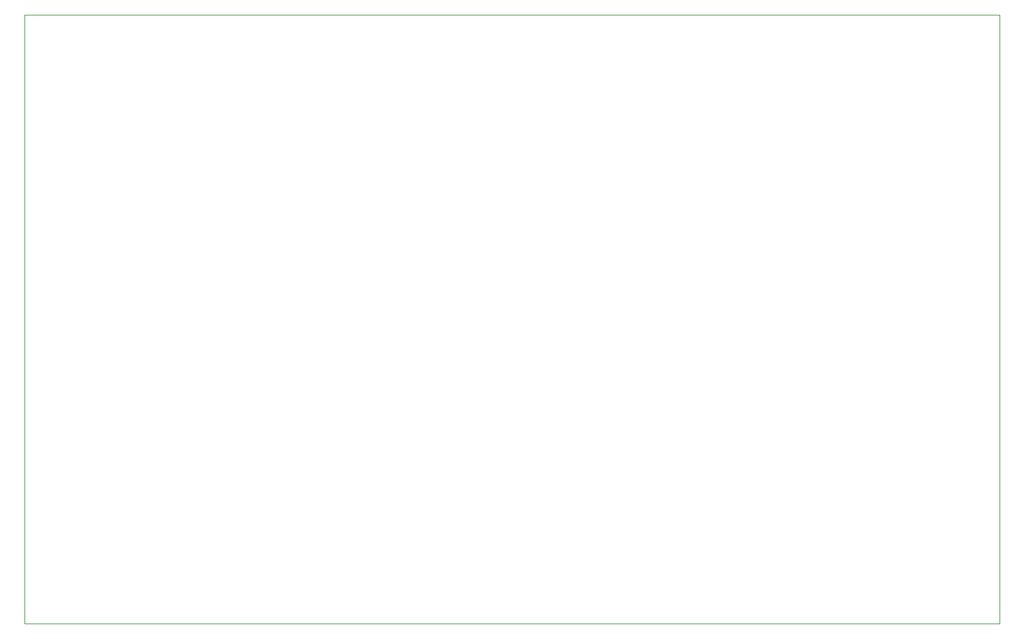
<source format=gbr>
%TF.GenerationSoftware,KiCad,Pcbnew,9.0.3*%
%TF.CreationDate,2025-08-18T13:19:13+07:00*%
%TF.ProjectId,shield,73686965-6c64-42e6-9b69-6361645f7063,rev?*%
%TF.SameCoordinates,Original*%
%TF.FileFunction,Profile,NP*%
%FSLAX46Y46*%
G04 Gerber Fmt 4.6, Leading zero omitted, Abs format (unit mm)*
G04 Created by KiCad (PCBNEW 9.0.3) date 2025-08-18 13:19:13*
%MOMM*%
%LPD*%
G01*
G04 APERTURE LIST*
%TA.AperFunction,Profile*%
%ADD10C,0.050000*%
%TD*%
G04 APERTURE END LIST*
D10*
X87579200Y-67005200D02*
X215773000Y-67005200D01*
X215773000Y-147066000D01*
X87579200Y-147066000D01*
X87579200Y-67005200D01*
M02*

</source>
